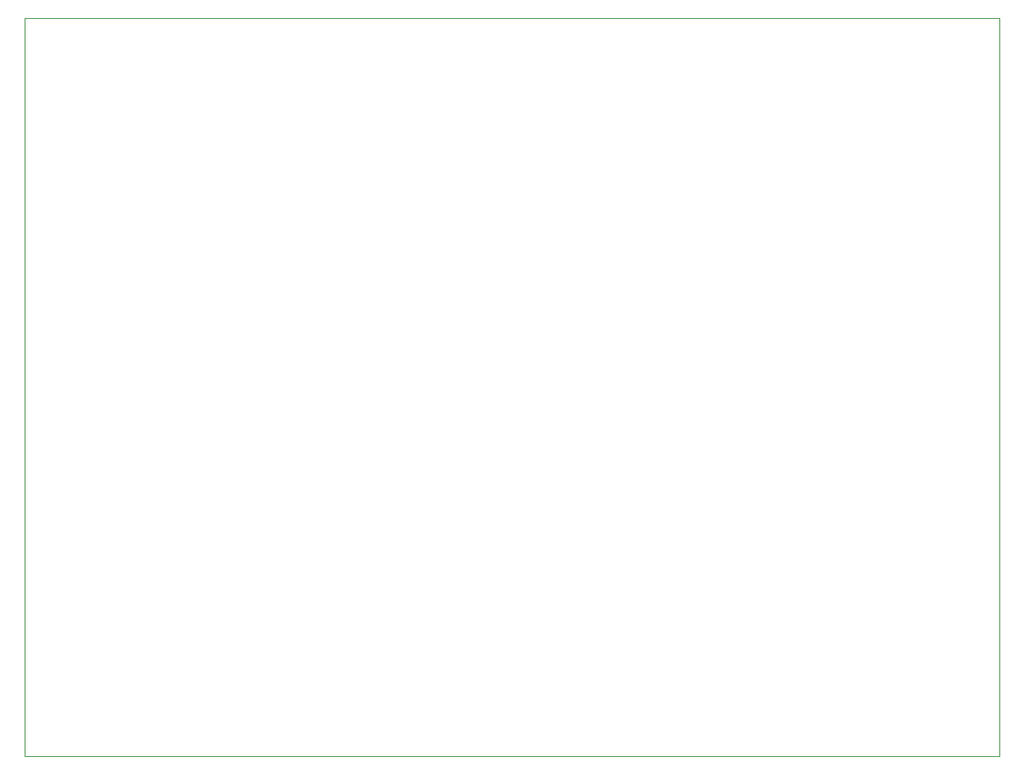
<source format=gbr>
G04 #@! TF.GenerationSoftware,KiCad,Pcbnew,(5.1.4)-1*
G04 #@! TF.CreationDate,2019-12-19T01:02:13+01:00*
G04 #@! TF.ProjectId,HPDriver,48504472-6976-4657-922e-6b696361645f,1.0*
G04 #@! TF.SameCoordinates,Original*
G04 #@! TF.FileFunction,Profile,NP*
%FSLAX46Y46*%
G04 Gerber Fmt 4.6, Leading zero omitted, Abs format (unit mm)*
G04 Created by KiCad (PCBNEW (5.1.4)-1) date 2019-12-19 01:02:13*
%MOMM*%
%LPD*%
G04 APERTURE LIST*
%ADD10C,0.050000*%
G04 APERTURE END LIST*
D10*
X184912000Y-64770000D02*
X84328000Y-64770000D01*
X184912000Y-140970000D02*
X184912000Y-64770000D01*
X84328000Y-140970000D02*
X184912000Y-140970000D01*
X84328000Y-64770000D02*
X84328000Y-140970000D01*
M02*

</source>
